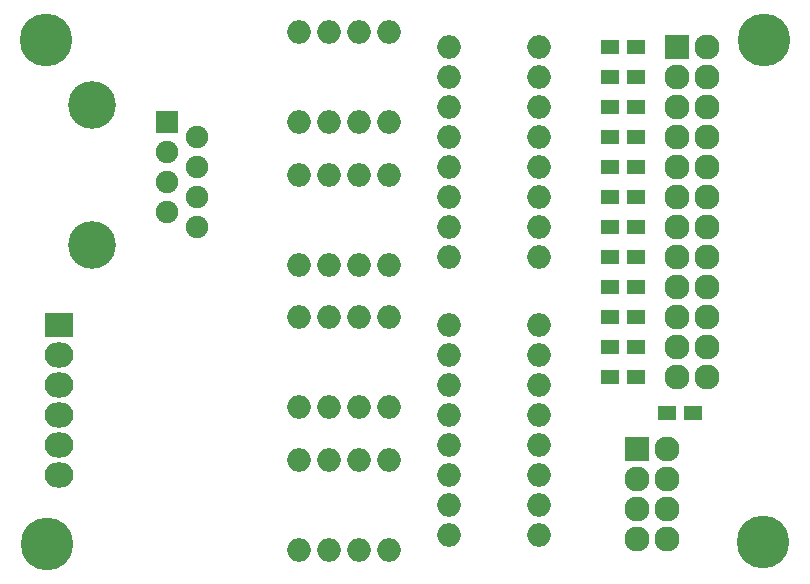
<source format=gbr>
G04 #@! TF.FileFunction,Soldermask,Top*
%FSLAX46Y46*%
G04 Gerber Fmt 4.6, Leading zero omitted, Abs format (unit mm)*
G04 Created by KiCad (PCBNEW 4.0.6) date Tuesday, 06 June 2017 'AMt' 07:50:46*
%MOMM*%
%LPD*%
G01*
G04 APERTURE LIST*
%ADD10C,0.100000*%
%ADD11C,4.464000*%
%ADD12R,2.432000X2.127200*%
%ADD13O,2.432000X2.127200*%
%ADD14R,2.127200X2.127200*%
%ADD15O,2.127200X2.127200*%
%ADD16R,1.600000X1.300000*%
%ADD17O,2.000000X2.000000*%
%ADD18C,4.049980*%
%ADD19R,1.901140X1.901140*%
%ADD20C,1.901140*%
G04 APERTURE END LIST*
D10*
D11*
X180340000Y-77470000D03*
X180213000Y-120015000D03*
X119634000Y-120142000D03*
D12*
X120650000Y-101600000D03*
D13*
X120650000Y-104140000D03*
X120650000Y-106680000D03*
X120650000Y-109220000D03*
X120650000Y-111760000D03*
X120650000Y-114300000D03*
D14*
X172974000Y-78105000D03*
D15*
X175514000Y-78105000D03*
X172974000Y-80645000D03*
X175514000Y-80645000D03*
X172974000Y-83185000D03*
X175514000Y-83185000D03*
X172974000Y-85725000D03*
X175514000Y-85725000D03*
X172974000Y-88265000D03*
X175514000Y-88265000D03*
X172974000Y-90805000D03*
X175514000Y-90805000D03*
X172974000Y-93345000D03*
X175514000Y-93345000D03*
X172974000Y-95885000D03*
X175514000Y-95885000D03*
X172974000Y-98425000D03*
X175514000Y-98425000D03*
X172974000Y-100965000D03*
X175514000Y-100965000D03*
X172974000Y-103505000D03*
X175514000Y-103505000D03*
X172974000Y-106045000D03*
X175514000Y-106045000D03*
D16*
X169502000Y-78105000D03*
X167302000Y-78105000D03*
X169502000Y-80645000D03*
X167302000Y-80645000D03*
X169502000Y-83185000D03*
X167302000Y-83185000D03*
X169502000Y-85725000D03*
X167302000Y-85725000D03*
X169502000Y-88265000D03*
X167302000Y-88265000D03*
X169502000Y-90805000D03*
X167302000Y-90805000D03*
X169502000Y-93345000D03*
X167302000Y-93345000D03*
X169502000Y-95885000D03*
X167302000Y-95885000D03*
X169502000Y-98425000D03*
X167302000Y-98425000D03*
X169502000Y-100965000D03*
X167302000Y-100965000D03*
X169502000Y-103505000D03*
X167302000Y-103505000D03*
X169502000Y-106045000D03*
X167302000Y-106045000D03*
D17*
X140970000Y-84455000D03*
X143510000Y-84455000D03*
X146050000Y-84455000D03*
X148590000Y-84455000D03*
X148590000Y-76835000D03*
X146050000Y-76835000D03*
X143510000Y-76835000D03*
X140970000Y-76835000D03*
X140970000Y-96520000D03*
X143510000Y-96520000D03*
X146050000Y-96520000D03*
X148590000Y-96520000D03*
X148590000Y-88900000D03*
X146050000Y-88900000D03*
X143510000Y-88900000D03*
X140970000Y-88900000D03*
X140970000Y-108585000D03*
X143510000Y-108585000D03*
X146050000Y-108585000D03*
X148590000Y-108585000D03*
X148590000Y-100965000D03*
X146050000Y-100965000D03*
X143510000Y-100965000D03*
X140970000Y-100965000D03*
X140970000Y-120650000D03*
X143510000Y-120650000D03*
X146050000Y-120650000D03*
X148590000Y-120650000D03*
X148590000Y-113030000D03*
X146050000Y-113030000D03*
X143510000Y-113030000D03*
X140970000Y-113030000D03*
X153670000Y-78105000D03*
X153670000Y-80645000D03*
X153670000Y-83185000D03*
X153670000Y-85725000D03*
X153670000Y-88265000D03*
X153670000Y-90805000D03*
X153670000Y-93345000D03*
X153670000Y-95885000D03*
X161290000Y-95885000D03*
X161290000Y-93345000D03*
X161290000Y-90805000D03*
X161290000Y-88265000D03*
X161290000Y-85725000D03*
X161290000Y-83185000D03*
X161290000Y-80645000D03*
X161290000Y-78105000D03*
X153670000Y-101600000D03*
X153670000Y-104140000D03*
X153670000Y-106680000D03*
X153670000Y-109220000D03*
X153670000Y-111760000D03*
X153670000Y-114300000D03*
X153670000Y-116840000D03*
X153670000Y-119380000D03*
X161290000Y-119380000D03*
X161290000Y-116840000D03*
X161290000Y-114300000D03*
X161290000Y-111760000D03*
X161290000Y-109220000D03*
X161290000Y-106680000D03*
X161290000Y-104140000D03*
X161290000Y-101600000D03*
D14*
X169545000Y-112141000D03*
D15*
X172085000Y-112141000D03*
X169545000Y-114681000D03*
X172085000Y-114681000D03*
X169545000Y-117221000D03*
X172085000Y-117221000D03*
X169545000Y-119761000D03*
X172085000Y-119761000D03*
D18*
X123444000Y-94838520D03*
X123444000Y-82969100D03*
D19*
X129794000Y-84455000D03*
D20*
X132334000Y-85725000D03*
X129794000Y-86995000D03*
X132334000Y-88265000D03*
X129794000Y-89535000D03*
X132334000Y-90805000D03*
X129794000Y-92075000D03*
X132334000Y-93345000D03*
D11*
X119507000Y-77470000D03*
D16*
X174328000Y-109093000D03*
X172128000Y-109093000D03*
M02*

</source>
